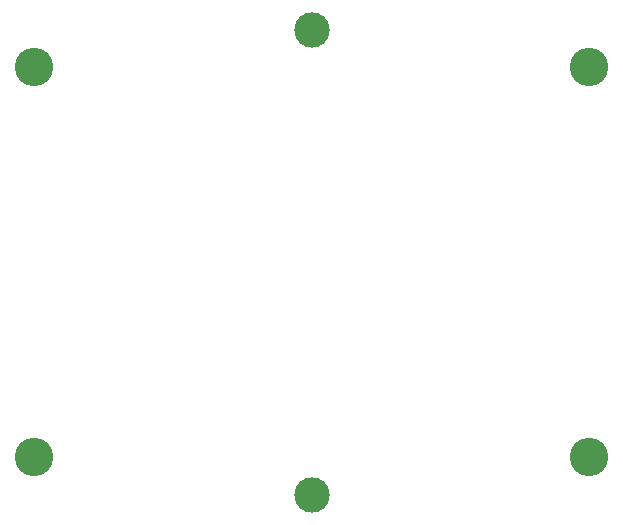
<source format=gts>
G75*
%MOIN*%
%OFA0B0*%
%FSLAX25Y25*%
%IPPOS*%
%LPD*%
%AMOC8*
5,1,8,0,0,1.08239X$1,22.5*
%
%ADD10C,0.12800*%
%ADD11C,0.11800*%
D10*
X0140833Y0075000D03*
X0325833Y0075000D03*
X0325833Y0205000D03*
X0140833Y0205000D03*
D11*
X0233333Y0217500D03*
X0233333Y0062500D03*
M02*

</source>
